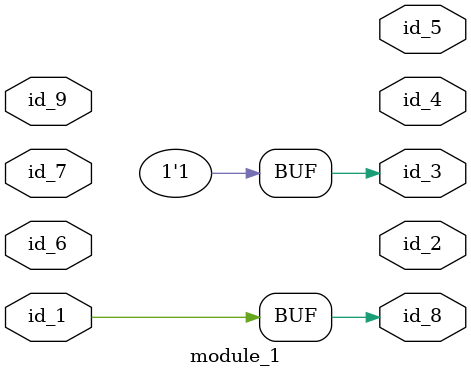
<source format=v>
module module_0;
  assign id_1 = 1;
  assign module_1.id_1 = 0;
endmodule
module module_1 (
    id_1,
    id_2,
    id_3,
    id_4,
    id_5,
    id_6,
    id_7,
    id_8,
    id_9
);
  input wire id_9;
  output wire id_8;
  input wire id_7;
  input wire id_6;
  output wire id_5;
  output wire id_4;
  output wire id_3;
  output wire id_2;
  input wire id_1;
  wire id_10;
  initial begin : LABEL_0
    id_8 <= #id_7 id_1;
  end
  module_0 modCall_1 ();
  assign id_3 = 1;
endmodule

</source>
